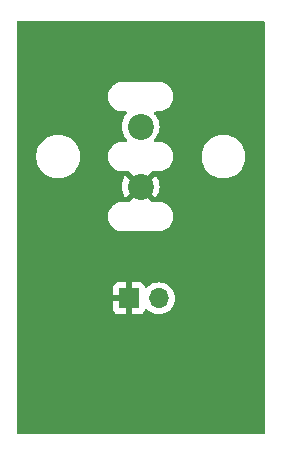
<source format=gbr>
%TF.GenerationSoftware,KiCad,Pcbnew,8.0.8*%
%TF.CreationDate,2025-04-01T17:59:14+02:00*%
%TF.ProjectId,biuzzcharge,6269757a-7a63-4686-9172-67652e6b6963,rev?*%
%TF.SameCoordinates,Original*%
%TF.FileFunction,Copper,L2,Bot*%
%TF.FilePolarity,Positive*%
%FSLAX46Y46*%
G04 Gerber Fmt 4.6, Leading zero omitted, Abs format (unit mm)*
G04 Created by KiCad (PCBNEW 8.0.8) date 2025-04-01 17:59:14*
%MOMM*%
%LPD*%
G01*
G04 APERTURE LIST*
%TA.AperFunction,ComponentPad*%
%ADD10C,2.200000*%
%TD*%
%TA.AperFunction,ComponentPad*%
%ADD11R,1.700000X1.700000*%
%TD*%
%TA.AperFunction,ComponentPad*%
%ADD12O,1.700000X1.700000*%
%TD*%
G04 APERTURE END LIST*
D10*
%TO.P,J2,1,Pin_1*%
%TO.N,+5V*%
X109982000Y-91460000D03*
%TO.P,J2,2,Pin_2*%
%TO.N,GND*%
X109982000Y-96540000D03*
%TD*%
D11*
%TO.P,J1,1,Pin_1*%
%TO.N,GND*%
X109000000Y-106000000D03*
D12*
%TO.P,J1,2,Pin_2*%
%TO.N,+5V*%
X111540000Y-106000000D03*
%TD*%
%TA.AperFunction,Conductor*%
%TO.N,GND*%
G36*
X120442539Y-82520185D02*
G01*
X120488294Y-82572989D01*
X120499500Y-82624500D01*
X120499500Y-117375500D01*
X120479815Y-117442539D01*
X120427011Y-117488294D01*
X120375500Y-117499500D01*
X99624500Y-117499500D01*
X99557461Y-117479815D01*
X99511706Y-117427011D01*
X99500500Y-117375500D01*
X99500500Y-105102155D01*
X107650000Y-105102155D01*
X107650000Y-105750000D01*
X108566988Y-105750000D01*
X108534075Y-105807007D01*
X108500000Y-105934174D01*
X108500000Y-106065826D01*
X108534075Y-106192993D01*
X108566988Y-106250000D01*
X107650000Y-106250000D01*
X107650000Y-106897844D01*
X107656401Y-106957372D01*
X107656403Y-106957379D01*
X107706645Y-107092086D01*
X107706649Y-107092093D01*
X107792809Y-107207187D01*
X107792812Y-107207190D01*
X107907906Y-107293350D01*
X107907913Y-107293354D01*
X108042620Y-107343596D01*
X108042627Y-107343598D01*
X108102155Y-107349999D01*
X108102172Y-107350000D01*
X108750000Y-107350000D01*
X108750000Y-106433012D01*
X108807007Y-106465925D01*
X108934174Y-106500000D01*
X109065826Y-106500000D01*
X109192993Y-106465925D01*
X109250000Y-106433012D01*
X109250000Y-107350000D01*
X109897828Y-107350000D01*
X109897844Y-107349999D01*
X109957372Y-107343598D01*
X109957379Y-107343596D01*
X110092086Y-107293354D01*
X110092093Y-107293350D01*
X110207187Y-107207190D01*
X110207190Y-107207187D01*
X110293350Y-107092093D01*
X110293354Y-107092086D01*
X110342422Y-106960529D01*
X110384293Y-106904595D01*
X110449757Y-106880178D01*
X110518030Y-106895030D01*
X110546285Y-106916181D01*
X110668599Y-107038495D01*
X110745135Y-107092086D01*
X110862165Y-107174032D01*
X110862167Y-107174033D01*
X110862170Y-107174035D01*
X111076337Y-107273903D01*
X111304592Y-107335063D01*
X111475319Y-107350000D01*
X111539999Y-107355659D01*
X111540000Y-107355659D01*
X111540001Y-107355659D01*
X111604681Y-107350000D01*
X111775408Y-107335063D01*
X112003663Y-107273903D01*
X112217830Y-107174035D01*
X112411401Y-107038495D01*
X112578495Y-106871401D01*
X112714035Y-106677830D01*
X112813903Y-106463663D01*
X112875063Y-106235408D01*
X112895659Y-106000000D01*
X112875063Y-105764592D01*
X112813903Y-105536337D01*
X112714035Y-105322171D01*
X112578495Y-105128599D01*
X112578494Y-105128597D01*
X112411402Y-104961506D01*
X112411395Y-104961501D01*
X112217834Y-104825967D01*
X112217830Y-104825965D01*
X112146727Y-104792809D01*
X112003663Y-104726097D01*
X112003659Y-104726096D01*
X112003655Y-104726094D01*
X111775413Y-104664938D01*
X111775403Y-104664936D01*
X111540001Y-104644341D01*
X111539999Y-104644341D01*
X111304596Y-104664936D01*
X111304586Y-104664938D01*
X111076344Y-104726094D01*
X111076335Y-104726098D01*
X110862171Y-104825964D01*
X110862169Y-104825965D01*
X110668600Y-104961503D01*
X110546284Y-105083819D01*
X110484961Y-105117303D01*
X110415269Y-105112319D01*
X110359336Y-105070447D01*
X110342421Y-105039470D01*
X110293354Y-104907913D01*
X110293350Y-104907906D01*
X110207190Y-104792812D01*
X110207187Y-104792809D01*
X110092093Y-104706649D01*
X110092086Y-104706645D01*
X109957379Y-104656403D01*
X109957372Y-104656401D01*
X109897844Y-104650000D01*
X109250000Y-104650000D01*
X109250000Y-105566988D01*
X109192993Y-105534075D01*
X109065826Y-105500000D01*
X108934174Y-105500000D01*
X108807007Y-105534075D01*
X108750000Y-105566988D01*
X108750000Y-104650000D01*
X108102155Y-104650000D01*
X108042627Y-104656401D01*
X108042620Y-104656403D01*
X107907913Y-104706645D01*
X107907906Y-104706649D01*
X107792812Y-104792809D01*
X107792809Y-104792812D01*
X107706649Y-104907906D01*
X107706645Y-104907913D01*
X107656403Y-105042620D01*
X107656401Y-105042627D01*
X107650000Y-105102155D01*
X99500500Y-105102155D01*
X99500500Y-93878711D01*
X101149500Y-93878711D01*
X101149500Y-94121288D01*
X101181161Y-94361785D01*
X101243947Y-94596104D01*
X101334470Y-94814646D01*
X101336776Y-94820212D01*
X101458064Y-95030289D01*
X101458066Y-95030292D01*
X101458067Y-95030293D01*
X101605733Y-95222736D01*
X101605739Y-95222743D01*
X101777256Y-95394260D01*
X101777262Y-95394265D01*
X101969711Y-95541936D01*
X102179788Y-95663224D01*
X102403900Y-95756054D01*
X102638211Y-95818838D01*
X102818586Y-95842584D01*
X102878711Y-95850500D01*
X102878712Y-95850500D01*
X103121289Y-95850500D01*
X103169388Y-95844167D01*
X103361789Y-95818838D01*
X103596100Y-95756054D01*
X103820212Y-95663224D01*
X104030289Y-95541936D01*
X104222738Y-95394265D01*
X104394265Y-95222738D01*
X104541936Y-95030289D01*
X104663224Y-94820212D01*
X104756054Y-94596100D01*
X104818838Y-94361789D01*
X104850500Y-94121288D01*
X104850500Y-93878712D01*
X104818838Y-93638211D01*
X104756054Y-93403900D01*
X104663224Y-93179788D01*
X104541936Y-92969711D01*
X104396589Y-92780291D01*
X104394266Y-92777263D01*
X104394260Y-92777256D01*
X104222743Y-92605739D01*
X104222736Y-92605733D01*
X104030293Y-92458067D01*
X104030292Y-92458066D01*
X104030289Y-92458064D01*
X103820212Y-92336776D01*
X103820205Y-92336773D01*
X103596104Y-92243947D01*
X103361785Y-92181161D01*
X103121289Y-92149500D01*
X103121288Y-92149500D01*
X102878712Y-92149500D01*
X102878711Y-92149500D01*
X102638214Y-92181161D01*
X102403895Y-92243947D01*
X102179794Y-92336773D01*
X102179785Y-92336777D01*
X101969706Y-92458067D01*
X101777263Y-92605733D01*
X101777256Y-92605739D01*
X101605739Y-92777256D01*
X101605733Y-92777263D01*
X101458067Y-92969706D01*
X101336777Y-93179785D01*
X101336773Y-93179794D01*
X101243947Y-93403895D01*
X101181161Y-93638214D01*
X101149500Y-93878711D01*
X99500500Y-93878711D01*
X99500500Y-88821577D01*
X107231500Y-88821577D01*
X107231500Y-89018422D01*
X107262290Y-89212826D01*
X107323117Y-89400029D01*
X107412476Y-89575405D01*
X107528172Y-89734646D01*
X107667354Y-89873828D01*
X107826595Y-89989524D01*
X107909455Y-90031743D01*
X108001970Y-90078882D01*
X108001972Y-90078882D01*
X108001975Y-90078884D01*
X108102317Y-90111487D01*
X108189173Y-90139709D01*
X108383578Y-90170500D01*
X108383583Y-90170500D01*
X108709564Y-90170500D01*
X108776603Y-90190185D01*
X108822358Y-90242989D01*
X108832302Y-90312147D01*
X108803854Y-90375030D01*
X108761924Y-90424124D01*
X108683161Y-90516343D01*
X108683160Y-90516346D01*
X108551533Y-90731140D01*
X108455126Y-90963889D01*
X108396317Y-91208848D01*
X108376551Y-91460000D01*
X108396317Y-91711151D01*
X108455126Y-91956110D01*
X108551533Y-92188859D01*
X108683160Y-92403653D01*
X108683161Y-92403656D01*
X108683164Y-92403659D01*
X108803854Y-92544969D01*
X108832425Y-92608730D01*
X108821988Y-92677815D01*
X108775857Y-92730291D01*
X108709564Y-92749500D01*
X108383578Y-92749500D01*
X108189173Y-92780290D01*
X108001970Y-92841117D01*
X107826594Y-92930476D01*
X107772593Y-92969711D01*
X107667354Y-93046172D01*
X107667352Y-93046174D01*
X107667351Y-93046174D01*
X107528174Y-93185351D01*
X107528174Y-93185352D01*
X107528172Y-93185354D01*
X107478485Y-93253741D01*
X107412476Y-93344594D01*
X107323117Y-93519970D01*
X107262290Y-93707173D01*
X107231500Y-93901577D01*
X107231500Y-94098422D01*
X107262290Y-94292826D01*
X107323117Y-94480029D01*
X107412476Y-94655405D01*
X107528172Y-94814646D01*
X107667354Y-94953828D01*
X107826595Y-95069524D01*
X107909455Y-95111743D01*
X108001970Y-95158882D01*
X108001972Y-95158882D01*
X108001975Y-95158884D01*
X108102317Y-95191487D01*
X108189173Y-95219709D01*
X108383578Y-95250500D01*
X108994691Y-95250500D01*
X109061730Y-95270185D01*
X109082372Y-95286819D01*
X109935554Y-96140000D01*
X109929339Y-96140000D01*
X109827606Y-96167259D01*
X109736394Y-96219920D01*
X109661920Y-96294394D01*
X109609259Y-96385606D01*
X109582000Y-96487339D01*
X109582000Y-96493552D01*
X108684266Y-95595818D01*
X108683567Y-95596637D01*
X108551980Y-95811368D01*
X108455603Y-96044043D01*
X108396812Y-96288927D01*
X108377052Y-96540000D01*
X108396812Y-96791072D01*
X108455603Y-97035956D01*
X108551980Y-97268631D01*
X108683568Y-97483362D01*
X108684266Y-97484179D01*
X109582000Y-96586445D01*
X109582000Y-96592661D01*
X109609259Y-96694394D01*
X109661920Y-96785606D01*
X109736394Y-96860080D01*
X109827606Y-96912741D01*
X109929339Y-96940000D01*
X109935553Y-96940000D01*
X109082372Y-97793181D01*
X109021049Y-97826666D01*
X108994691Y-97829500D01*
X108383578Y-97829500D01*
X108189173Y-97860290D01*
X108001970Y-97921117D01*
X107826594Y-98010476D01*
X107735741Y-98076485D01*
X107667354Y-98126172D01*
X107667352Y-98126174D01*
X107667351Y-98126174D01*
X107528174Y-98265351D01*
X107528174Y-98265352D01*
X107528172Y-98265354D01*
X107478485Y-98333741D01*
X107412476Y-98424594D01*
X107323117Y-98599970D01*
X107262290Y-98787173D01*
X107231500Y-98981577D01*
X107231500Y-99178422D01*
X107262290Y-99372826D01*
X107323117Y-99560029D01*
X107412476Y-99735405D01*
X107528172Y-99894646D01*
X107667354Y-100033828D01*
X107826595Y-100149524D01*
X107909455Y-100191743D01*
X108001970Y-100238882D01*
X108001972Y-100238882D01*
X108001975Y-100238884D01*
X108102317Y-100271487D01*
X108189173Y-100299709D01*
X108383578Y-100330500D01*
X108383583Y-100330500D01*
X111580422Y-100330500D01*
X111774826Y-100299709D01*
X111962025Y-100238884D01*
X112137405Y-100149524D01*
X112296646Y-100033828D01*
X112435828Y-99894646D01*
X112551524Y-99735405D01*
X112640884Y-99560025D01*
X112701709Y-99372826D01*
X112732500Y-99178422D01*
X112732500Y-98981577D01*
X112701709Y-98787173D01*
X112640882Y-98599970D01*
X112551523Y-98424594D01*
X112435828Y-98265354D01*
X112296646Y-98126172D01*
X112137405Y-98010476D01*
X111962029Y-97921117D01*
X111774826Y-97860290D01*
X111580422Y-97829500D01*
X111580417Y-97829500D01*
X110969309Y-97829500D01*
X110902270Y-97809815D01*
X110881628Y-97793181D01*
X110028447Y-96940000D01*
X110034661Y-96940000D01*
X110136394Y-96912741D01*
X110227606Y-96860080D01*
X110302080Y-96785606D01*
X110354741Y-96694394D01*
X110382000Y-96592661D01*
X110382000Y-96586447D01*
X111279732Y-97484180D01*
X111280430Y-97483363D01*
X111280432Y-97483361D01*
X111412019Y-97268631D01*
X111508396Y-97035956D01*
X111567187Y-96791072D01*
X111586947Y-96540000D01*
X111567187Y-96288927D01*
X111508396Y-96044043D01*
X111412019Y-95811368D01*
X111280429Y-95596634D01*
X111279733Y-95595819D01*
X111279732Y-95595819D01*
X110382000Y-96493551D01*
X110382000Y-96487339D01*
X110354741Y-96385606D01*
X110302080Y-96294394D01*
X110227606Y-96219920D01*
X110136394Y-96167259D01*
X110034661Y-96140000D01*
X110028446Y-96140000D01*
X110881628Y-95286819D01*
X110942951Y-95253334D01*
X110969309Y-95250500D01*
X111580422Y-95250500D01*
X111774826Y-95219709D01*
X111962025Y-95158884D01*
X112137405Y-95069524D01*
X112296646Y-94953828D01*
X112435828Y-94814646D01*
X112551524Y-94655405D01*
X112640884Y-94480025D01*
X112701709Y-94292826D01*
X112728878Y-94121288D01*
X112732500Y-94098422D01*
X112732500Y-93901577D01*
X112728878Y-93878711D01*
X115149500Y-93878711D01*
X115149500Y-94121288D01*
X115181161Y-94361785D01*
X115243947Y-94596104D01*
X115334470Y-94814646D01*
X115336776Y-94820212D01*
X115458064Y-95030289D01*
X115458066Y-95030292D01*
X115458067Y-95030293D01*
X115605733Y-95222736D01*
X115605739Y-95222743D01*
X115777256Y-95394260D01*
X115777262Y-95394265D01*
X115969711Y-95541936D01*
X116179788Y-95663224D01*
X116403900Y-95756054D01*
X116638211Y-95818838D01*
X116818586Y-95842584D01*
X116878711Y-95850500D01*
X116878712Y-95850500D01*
X117121289Y-95850500D01*
X117169388Y-95844167D01*
X117361789Y-95818838D01*
X117596100Y-95756054D01*
X117820212Y-95663224D01*
X118030289Y-95541936D01*
X118222738Y-95394265D01*
X118394265Y-95222738D01*
X118541936Y-95030289D01*
X118663224Y-94820212D01*
X118756054Y-94596100D01*
X118818838Y-94361789D01*
X118850500Y-94121288D01*
X118850500Y-93878712D01*
X118818838Y-93638211D01*
X118756054Y-93403900D01*
X118663224Y-93179788D01*
X118541936Y-92969711D01*
X118396589Y-92780291D01*
X118394266Y-92777263D01*
X118394260Y-92777256D01*
X118222743Y-92605739D01*
X118222736Y-92605733D01*
X118030293Y-92458067D01*
X118030292Y-92458066D01*
X118030289Y-92458064D01*
X117820212Y-92336776D01*
X117820205Y-92336773D01*
X117596104Y-92243947D01*
X117361785Y-92181161D01*
X117121289Y-92149500D01*
X117121288Y-92149500D01*
X116878712Y-92149500D01*
X116878711Y-92149500D01*
X116638214Y-92181161D01*
X116403895Y-92243947D01*
X116179794Y-92336773D01*
X116179785Y-92336777D01*
X115969706Y-92458067D01*
X115777263Y-92605733D01*
X115777256Y-92605739D01*
X115605739Y-92777256D01*
X115605733Y-92777263D01*
X115458067Y-92969706D01*
X115336777Y-93179785D01*
X115336773Y-93179794D01*
X115243947Y-93403895D01*
X115181161Y-93638214D01*
X115149500Y-93878711D01*
X112728878Y-93878711D01*
X112701709Y-93707173D01*
X112640882Y-93519970D01*
X112551523Y-93344594D01*
X112435828Y-93185354D01*
X112296646Y-93046172D01*
X112137405Y-92930476D01*
X111962029Y-92841117D01*
X111774826Y-92780290D01*
X111580422Y-92749500D01*
X111580417Y-92749500D01*
X111254436Y-92749500D01*
X111187397Y-92729815D01*
X111141642Y-92677011D01*
X111131698Y-92607853D01*
X111160145Y-92544969D01*
X111280836Y-92403659D01*
X111412466Y-92188859D01*
X111508873Y-91956111D01*
X111567683Y-91711148D01*
X111587449Y-91460000D01*
X111567683Y-91208852D01*
X111508873Y-90963889D01*
X111412466Y-90731141D01*
X111412466Y-90731140D01*
X111280839Y-90516346D01*
X111280838Y-90516343D01*
X111244880Y-90474242D01*
X111160145Y-90375030D01*
X111131575Y-90311270D01*
X111142012Y-90242185D01*
X111188143Y-90189709D01*
X111254436Y-90170500D01*
X111580422Y-90170500D01*
X111774826Y-90139709D01*
X111962025Y-90078884D01*
X112137405Y-89989524D01*
X112296646Y-89873828D01*
X112435828Y-89734646D01*
X112551524Y-89575405D01*
X112640884Y-89400025D01*
X112701709Y-89212826D01*
X112732500Y-89018422D01*
X112732500Y-88821577D01*
X112701709Y-88627173D01*
X112640882Y-88439970D01*
X112551523Y-88264594D01*
X112435828Y-88105354D01*
X112296646Y-87966172D01*
X112137405Y-87850476D01*
X111962029Y-87761117D01*
X111774826Y-87700290D01*
X111580422Y-87669500D01*
X111580417Y-87669500D01*
X108383583Y-87669500D01*
X108383578Y-87669500D01*
X108189173Y-87700290D01*
X108001970Y-87761117D01*
X107826594Y-87850476D01*
X107735741Y-87916485D01*
X107667354Y-87966172D01*
X107667352Y-87966174D01*
X107667351Y-87966174D01*
X107528174Y-88105351D01*
X107528174Y-88105352D01*
X107528172Y-88105354D01*
X107478485Y-88173741D01*
X107412476Y-88264594D01*
X107323117Y-88439970D01*
X107262290Y-88627173D01*
X107231500Y-88821577D01*
X99500500Y-88821577D01*
X99500500Y-82624500D01*
X99520185Y-82557461D01*
X99572989Y-82511706D01*
X99624500Y-82500500D01*
X120375500Y-82500500D01*
X120442539Y-82520185D01*
G37*
%TD.AperFunction*%
%TD*%
M02*

</source>
